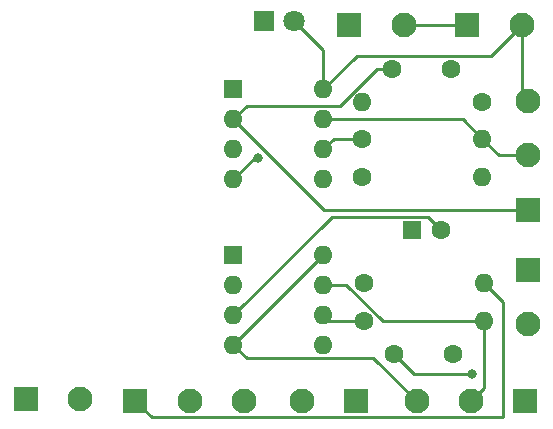
<source format=gtl>
G04 #@! TF.GenerationSoftware,KiCad,Pcbnew,(6.0.2-0)*
G04 #@! TF.CreationDate,2024-07-24T17:45:51-04:00*
G04 #@! TF.ProjectId,Stepped_Tone_Generator,53746570-7065-4645-9f54-6f6e655f4765,rev?*
G04 #@! TF.SameCoordinates,Original*
G04 #@! TF.FileFunction,Copper,L1,Top*
G04 #@! TF.FilePolarity,Positive*
%FSLAX46Y46*%
G04 Gerber Fmt 4.6, Leading zero omitted, Abs format (unit mm)*
G04 Created by KiCad (PCBNEW (6.0.2-0)) date 2024-07-24 17:45:51*
%MOMM*%
%LPD*%
G01*
G04 APERTURE LIST*
G04 Aperture macros list*
%AMRoundRect*
0 Rectangle with rounded corners*
0 $1 Rounding radius*
0 $2 $3 $4 $5 $6 $7 $8 $9 X,Y pos of 4 corners*
0 Add a 4 corners polygon primitive as box body*
4,1,4,$2,$3,$4,$5,$6,$7,$8,$9,$2,$3,0*
0 Add four circle primitives for the rounded corners*
1,1,$1+$1,$2,$3*
1,1,$1+$1,$4,$5*
1,1,$1+$1,$6,$7*
1,1,$1+$1,$8,$9*
0 Add four rect primitives between the rounded corners*
20,1,$1+$1,$2,$3,$4,$5,0*
20,1,$1+$1,$4,$5,$6,$7,0*
20,1,$1+$1,$6,$7,$8,$9,0*
20,1,$1+$1,$8,$9,$2,$3,0*%
G04 Aperture macros list end*
G04 #@! TA.AperFunction,ComponentPad*
%ADD10C,1.600000*%
G04 #@! TD*
G04 #@! TA.AperFunction,ComponentPad*
%ADD11O,1.600000X1.600000*%
G04 #@! TD*
G04 #@! TA.AperFunction,ComponentPad*
%ADD12RoundRect,0.250001X-0.799999X-0.799999X0.799999X-0.799999X0.799999X0.799999X-0.799999X0.799999X0*%
G04 #@! TD*
G04 #@! TA.AperFunction,ComponentPad*
%ADD13C,2.100000*%
G04 #@! TD*
G04 #@! TA.AperFunction,ComponentPad*
%ADD14R,1.600000X1.600000*%
G04 #@! TD*
G04 #@! TA.AperFunction,ComponentPad*
%ADD15RoundRect,0.250001X0.799999X0.799999X-0.799999X0.799999X-0.799999X-0.799999X0.799999X-0.799999X0*%
G04 #@! TD*
G04 #@! TA.AperFunction,ComponentPad*
%ADD16RoundRect,0.250001X-0.799999X0.799999X-0.799999X-0.799999X0.799999X-0.799999X0.799999X0.799999X0*%
G04 #@! TD*
G04 #@! TA.AperFunction,ComponentPad*
%ADD17RoundRect,0.250001X0.799999X-0.799999X0.799999X0.799999X-0.799999X0.799999X-0.799999X-0.799999X0*%
G04 #@! TD*
G04 #@! TA.AperFunction,ComponentPad*
%ADD18R,1.800000X1.800000*%
G04 #@! TD*
G04 #@! TA.AperFunction,ComponentPad*
%ADD19C,1.800000*%
G04 #@! TD*
G04 #@! TA.AperFunction,ViaPad*
%ADD20C,0.800000*%
G04 #@! TD*
G04 #@! TA.AperFunction,Conductor*
%ADD21C,0.250000*%
G04 #@! TD*
G04 APERTURE END LIST*
D10*
X155300000Y-81600000D03*
X150300000Y-81600000D03*
X147720000Y-78800000D03*
D11*
X157880000Y-78800000D03*
D10*
X147600000Y-63400000D03*
D11*
X157760000Y-63400000D03*
X157780000Y-66600000D03*
D10*
X147620000Y-66600000D03*
D12*
X128400000Y-85600000D03*
D13*
X133000000Y-85600000D03*
X137600000Y-85600000D03*
D12*
X119100000Y-85400000D03*
D13*
X123700000Y-85400000D03*
X161100000Y-53800000D03*
D12*
X156500000Y-53800000D03*
D14*
X136700000Y-73200000D03*
D11*
X136700000Y-75740000D03*
X136700000Y-78280000D03*
X136700000Y-80820000D03*
X144320000Y-80820000D03*
X144320000Y-78280000D03*
X144320000Y-75740000D03*
X144320000Y-73200000D03*
X157880000Y-75600000D03*
D10*
X147720000Y-75600000D03*
D15*
X161400000Y-85600000D03*
D13*
X156800000Y-85600000D03*
X152200000Y-85600000D03*
D10*
X154294888Y-71100000D03*
D14*
X151794888Y-71100000D03*
D13*
X151100000Y-53800000D03*
D12*
X146500000Y-53800000D03*
D10*
X157780000Y-60300000D03*
D11*
X147620000Y-60300000D03*
D10*
X155100000Y-57500000D03*
X150100000Y-57500000D03*
D13*
X161600000Y-79100000D03*
D16*
X161600000Y-74500000D03*
D14*
X136700000Y-59200000D03*
D11*
X136700000Y-61740000D03*
X136700000Y-64280000D03*
X136700000Y-66820000D03*
X144320000Y-66820000D03*
X144320000Y-64280000D03*
X144320000Y-61740000D03*
X144320000Y-59200000D03*
D13*
X161600000Y-60200000D03*
X161600000Y-64800000D03*
D17*
X161600000Y-69400000D03*
D13*
X142500000Y-85600000D03*
D15*
X147100000Y-85600000D03*
D18*
X139325000Y-53400000D03*
D19*
X141865000Y-53400000D03*
D20*
X138800000Y-65000000D03*
X156900000Y-83300000D03*
D21*
X144320000Y-59200000D02*
X147144511Y-56375489D01*
X147144511Y-56375489D02*
X158524511Y-56375489D01*
X158524511Y-56375489D02*
X161100000Y-53800000D01*
X138520000Y-65000000D02*
X138800000Y-65000000D01*
X136700000Y-66820000D02*
X138520000Y-65000000D01*
X136700000Y-80820000D02*
X144320000Y-73200000D01*
X152000000Y-83300000D02*
X156900000Y-83300000D01*
X150300000Y-81600000D02*
X152000000Y-83300000D01*
X128400000Y-85600000D02*
X129774520Y-86974520D01*
X159511067Y-77231067D02*
X157880000Y-75600000D01*
X129774520Y-86974520D02*
X159511067Y-86974520D01*
X159511067Y-86974520D02*
X159511067Y-77231067D01*
X147720000Y-78800000D02*
X144840000Y-78800000D01*
X144840000Y-78800000D02*
X144320000Y-78280000D01*
X157880000Y-78800000D02*
X149329700Y-78800000D01*
X146269700Y-75740000D02*
X144320000Y-75740000D01*
X149329700Y-78800000D02*
X146269700Y-75740000D01*
X157880000Y-78800000D02*
X157880000Y-84520000D01*
X157880000Y-84520000D02*
X156800000Y-85600000D01*
X152200000Y-85600000D02*
X148544511Y-81944511D01*
X148544511Y-81944511D02*
X137824511Y-81944511D01*
X137824511Y-81944511D02*
X136700000Y-80820000D01*
X154294888Y-71100000D02*
X153170377Y-69975489D01*
X153170377Y-69975489D02*
X145004511Y-69975489D01*
X145004511Y-69975489D02*
X136700000Y-78280000D01*
X136700000Y-61740000D02*
X137824511Y-60615489D01*
X145714211Y-60615489D02*
X148829700Y-57500000D01*
X137824511Y-60615489D02*
X145714211Y-60615489D01*
X148829700Y-57500000D02*
X150100000Y-57500000D01*
X161600000Y-69400000D02*
X144360000Y-69400000D01*
X144360000Y-69400000D02*
X136700000Y-61740000D01*
X144320000Y-61740000D02*
X156100000Y-61740000D01*
X156100000Y-61740000D02*
X157760000Y-63400000D01*
X147600000Y-63400000D02*
X145200000Y-63400000D01*
X145200000Y-63400000D02*
X144320000Y-64280000D01*
X161600000Y-64800000D02*
X159160000Y-64800000D01*
X159160000Y-64800000D02*
X157760000Y-63400000D01*
X161100000Y-53800000D02*
X161100000Y-59700000D01*
X161100000Y-59700000D02*
X161600000Y-60200000D01*
X156500000Y-53800000D02*
X151100000Y-53800000D01*
X144320000Y-59200000D02*
X144320000Y-55855000D01*
X144320000Y-55855000D02*
X141865000Y-53400000D01*
M02*

</source>
